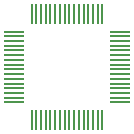
<source format=gtp>
%FSLAX44Y44*%
%MOMM*%
G71*
G01*
G75*
G04 Layer_Color=8421504*
%ADD10R,1.8000X0.2300*%
%ADD11O,0.2300X1.8000*%
%ADD12R,0.2300X1.8000*%
%ADD13C,1.0000*%
%ADD14C,0.2540*%
%ADD15C,0.5000*%
%ADD16O,2.6416X1.3208*%
%ADD17C,1.5000*%
%ADD18R,1.5000X1.5000*%
%ADD19R,1.5000X1.5000*%
%ADD20C,2.8000*%
%ADD21R,2.8000X2.8000*%
%ADD22C,1.4000*%
%ADD23C,1.6256*%
%ADD24C,1.7000*%
%ADD25R,1.7000X1.7000*%
%ADD26C,1.8000*%
%ADD27C,3.0000*%
%ADD28R,1.3500X1.3500*%
%ADD29C,1.3500*%
%ADD30R,2.0000X2.0000*%
%ADD31C,2.0000*%
%ADD32C,2.5000*%
%ADD33R,1.8000X1.8000*%
%ADD34C,1.8000*%
%ADD35R,1.7780X1.7780*%
%ADD36C,1.7780*%
%ADD37R,2.0000X2.0000*%
%ADD38C,1.2000*%
%ADD39R,1.2000X1.2000*%
%ADD40C,1.2700*%
%ADD41C,3.3000*%
%ADD42C,0.1270*%
%ADD43C,0.2500*%
%ADD44C,0.2000*%
%ADD45C,0.1524*%
%ADD46C,0.1500*%
%ADD47R,0.8000X5.6000*%
%ADD48R,2.8000X0.8000*%
D10*
X946390Y640070D02*
D03*
Y636070D02*
D03*
Y632070D02*
D03*
Y628070D02*
D03*
Y624070D02*
D03*
Y620070D02*
D03*
Y616070D02*
D03*
Y612070D02*
D03*
Y608070D02*
D03*
Y604070D02*
D03*
Y600070D02*
D03*
Y596070D02*
D03*
Y592070D02*
D03*
Y588070D02*
D03*
Y584070D02*
D03*
Y580070D02*
D03*
X1036390D02*
D03*
Y584070D02*
D03*
Y588070D02*
D03*
Y592070D02*
D03*
Y596070D02*
D03*
Y600070D02*
D03*
Y604070D02*
D03*
Y608070D02*
D03*
Y612070D02*
D03*
Y616070D02*
D03*
Y620070D02*
D03*
Y624070D02*
D03*
Y628070D02*
D03*
Y632070D02*
D03*
Y636070D02*
D03*
Y640070D02*
D03*
D11*
X961390Y565070D02*
D03*
D12*
X965390D02*
D03*
X969390D02*
D03*
X973390D02*
D03*
X977390D02*
D03*
X981390D02*
D03*
X985390D02*
D03*
X989390D02*
D03*
X993390D02*
D03*
X997390D02*
D03*
X1001390D02*
D03*
X1005390D02*
D03*
X1009390D02*
D03*
X1013390D02*
D03*
X1017390D02*
D03*
X1021390D02*
D03*
Y655070D02*
D03*
X1017390D02*
D03*
X1013390D02*
D03*
X1009390D02*
D03*
X1005390D02*
D03*
X1001390D02*
D03*
X997390D02*
D03*
X993390D02*
D03*
X989390D02*
D03*
X985390D02*
D03*
X981390D02*
D03*
X977390D02*
D03*
X973390D02*
D03*
X969390D02*
D03*
X965390D02*
D03*
X961390D02*
D03*
M02*

</source>
